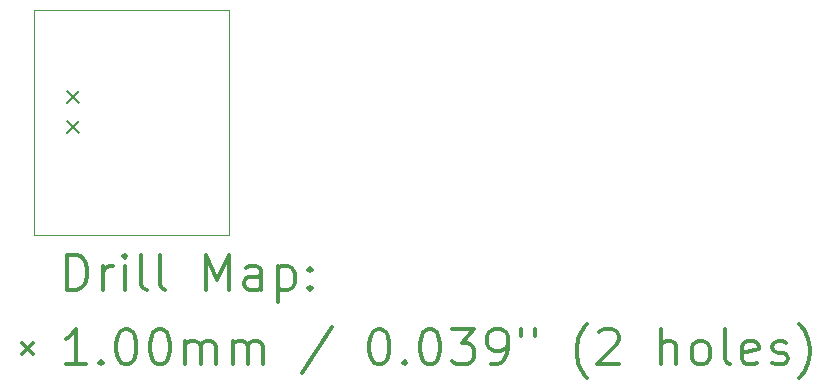
<source format=gbr>
%FSLAX45Y45*%
G04 Gerber Fmt 4.5, Leading zero omitted, Abs format (unit mm)*
G04 Created by KiCad (PCBNEW 5.1.6) date 2020-08-27 23:48:38*
%MOMM*%
%LPD*%
G01*
G04 APERTURE LIST*
%TA.AperFunction,Profile*%
%ADD10C,0.050000*%
%TD*%
%ADD11C,0.200000*%
%ADD12C,0.300000*%
G04 APERTURE END LIST*
D10*
X4953000Y-5080000D02*
X4953000Y-3175000D01*
X6604000Y-5080000D02*
X4953000Y-5080000D01*
X6604000Y-3175000D02*
X6604000Y-5080000D01*
X4953000Y-3175000D02*
X6604000Y-3175000D01*
D11*
X5233200Y-3861600D02*
X5333200Y-3961600D01*
X5333200Y-3861600D02*
X5233200Y-3961600D01*
X5233200Y-4115600D02*
X5333200Y-4215600D01*
X5333200Y-4115600D02*
X5233200Y-4215600D01*
D12*
X5236928Y-5548214D02*
X5236928Y-5248214D01*
X5308357Y-5248214D01*
X5351214Y-5262500D01*
X5379786Y-5291072D01*
X5394071Y-5319643D01*
X5408357Y-5376786D01*
X5408357Y-5419643D01*
X5394071Y-5476786D01*
X5379786Y-5505357D01*
X5351214Y-5533929D01*
X5308357Y-5548214D01*
X5236928Y-5548214D01*
X5536928Y-5548214D02*
X5536928Y-5348214D01*
X5536928Y-5405357D02*
X5551214Y-5376786D01*
X5565500Y-5362500D01*
X5594071Y-5348214D01*
X5622643Y-5348214D01*
X5722643Y-5548214D02*
X5722643Y-5348214D01*
X5722643Y-5248214D02*
X5708357Y-5262500D01*
X5722643Y-5276786D01*
X5736928Y-5262500D01*
X5722643Y-5248214D01*
X5722643Y-5276786D01*
X5908357Y-5548214D02*
X5879786Y-5533929D01*
X5865500Y-5505357D01*
X5865500Y-5248214D01*
X6065500Y-5548214D02*
X6036928Y-5533929D01*
X6022643Y-5505357D01*
X6022643Y-5248214D01*
X6408357Y-5548214D02*
X6408357Y-5248214D01*
X6508357Y-5462500D01*
X6608357Y-5248214D01*
X6608357Y-5548214D01*
X6879786Y-5548214D02*
X6879786Y-5391072D01*
X6865500Y-5362500D01*
X6836928Y-5348214D01*
X6779786Y-5348214D01*
X6751214Y-5362500D01*
X6879786Y-5533929D02*
X6851214Y-5548214D01*
X6779786Y-5548214D01*
X6751214Y-5533929D01*
X6736928Y-5505357D01*
X6736928Y-5476786D01*
X6751214Y-5448214D01*
X6779786Y-5433929D01*
X6851214Y-5433929D01*
X6879786Y-5419643D01*
X7022643Y-5348214D02*
X7022643Y-5648214D01*
X7022643Y-5362500D02*
X7051214Y-5348214D01*
X7108357Y-5348214D01*
X7136928Y-5362500D01*
X7151214Y-5376786D01*
X7165500Y-5405357D01*
X7165500Y-5491072D01*
X7151214Y-5519643D01*
X7136928Y-5533929D01*
X7108357Y-5548214D01*
X7051214Y-5548214D01*
X7022643Y-5533929D01*
X7294071Y-5519643D02*
X7308357Y-5533929D01*
X7294071Y-5548214D01*
X7279786Y-5533929D01*
X7294071Y-5519643D01*
X7294071Y-5548214D01*
X7294071Y-5362500D02*
X7308357Y-5376786D01*
X7294071Y-5391072D01*
X7279786Y-5376786D01*
X7294071Y-5362500D01*
X7294071Y-5391072D01*
X4850500Y-5992500D02*
X4950500Y-6092500D01*
X4950500Y-5992500D02*
X4850500Y-6092500D01*
X5394071Y-6178214D02*
X5222643Y-6178214D01*
X5308357Y-6178214D02*
X5308357Y-5878214D01*
X5279786Y-5921071D01*
X5251214Y-5949643D01*
X5222643Y-5963929D01*
X5522643Y-6149643D02*
X5536928Y-6163929D01*
X5522643Y-6178214D01*
X5508357Y-6163929D01*
X5522643Y-6149643D01*
X5522643Y-6178214D01*
X5722643Y-5878214D02*
X5751214Y-5878214D01*
X5779786Y-5892500D01*
X5794071Y-5906786D01*
X5808357Y-5935357D01*
X5822643Y-5992500D01*
X5822643Y-6063929D01*
X5808357Y-6121071D01*
X5794071Y-6149643D01*
X5779786Y-6163929D01*
X5751214Y-6178214D01*
X5722643Y-6178214D01*
X5694071Y-6163929D01*
X5679786Y-6149643D01*
X5665500Y-6121071D01*
X5651214Y-6063929D01*
X5651214Y-5992500D01*
X5665500Y-5935357D01*
X5679786Y-5906786D01*
X5694071Y-5892500D01*
X5722643Y-5878214D01*
X6008357Y-5878214D02*
X6036928Y-5878214D01*
X6065500Y-5892500D01*
X6079786Y-5906786D01*
X6094071Y-5935357D01*
X6108357Y-5992500D01*
X6108357Y-6063929D01*
X6094071Y-6121071D01*
X6079786Y-6149643D01*
X6065500Y-6163929D01*
X6036928Y-6178214D01*
X6008357Y-6178214D01*
X5979786Y-6163929D01*
X5965500Y-6149643D01*
X5951214Y-6121071D01*
X5936928Y-6063929D01*
X5936928Y-5992500D01*
X5951214Y-5935357D01*
X5965500Y-5906786D01*
X5979786Y-5892500D01*
X6008357Y-5878214D01*
X6236928Y-6178214D02*
X6236928Y-5978214D01*
X6236928Y-6006786D02*
X6251214Y-5992500D01*
X6279786Y-5978214D01*
X6322643Y-5978214D01*
X6351214Y-5992500D01*
X6365500Y-6021071D01*
X6365500Y-6178214D01*
X6365500Y-6021071D02*
X6379786Y-5992500D01*
X6408357Y-5978214D01*
X6451214Y-5978214D01*
X6479786Y-5992500D01*
X6494071Y-6021071D01*
X6494071Y-6178214D01*
X6636928Y-6178214D02*
X6636928Y-5978214D01*
X6636928Y-6006786D02*
X6651214Y-5992500D01*
X6679786Y-5978214D01*
X6722643Y-5978214D01*
X6751214Y-5992500D01*
X6765500Y-6021071D01*
X6765500Y-6178214D01*
X6765500Y-6021071D02*
X6779786Y-5992500D01*
X6808357Y-5978214D01*
X6851214Y-5978214D01*
X6879786Y-5992500D01*
X6894071Y-6021071D01*
X6894071Y-6178214D01*
X7479786Y-5863929D02*
X7222643Y-6249643D01*
X7865500Y-5878214D02*
X7894071Y-5878214D01*
X7922643Y-5892500D01*
X7936928Y-5906786D01*
X7951214Y-5935357D01*
X7965500Y-5992500D01*
X7965500Y-6063929D01*
X7951214Y-6121071D01*
X7936928Y-6149643D01*
X7922643Y-6163929D01*
X7894071Y-6178214D01*
X7865500Y-6178214D01*
X7836928Y-6163929D01*
X7822643Y-6149643D01*
X7808357Y-6121071D01*
X7794071Y-6063929D01*
X7794071Y-5992500D01*
X7808357Y-5935357D01*
X7822643Y-5906786D01*
X7836928Y-5892500D01*
X7865500Y-5878214D01*
X8094071Y-6149643D02*
X8108357Y-6163929D01*
X8094071Y-6178214D01*
X8079786Y-6163929D01*
X8094071Y-6149643D01*
X8094071Y-6178214D01*
X8294071Y-5878214D02*
X8322643Y-5878214D01*
X8351214Y-5892500D01*
X8365500Y-5906786D01*
X8379786Y-5935357D01*
X8394071Y-5992500D01*
X8394071Y-6063929D01*
X8379786Y-6121071D01*
X8365500Y-6149643D01*
X8351214Y-6163929D01*
X8322643Y-6178214D01*
X8294071Y-6178214D01*
X8265500Y-6163929D01*
X8251214Y-6149643D01*
X8236928Y-6121071D01*
X8222643Y-6063929D01*
X8222643Y-5992500D01*
X8236928Y-5935357D01*
X8251214Y-5906786D01*
X8265500Y-5892500D01*
X8294071Y-5878214D01*
X8494071Y-5878214D02*
X8679786Y-5878214D01*
X8579786Y-5992500D01*
X8622643Y-5992500D01*
X8651214Y-6006786D01*
X8665500Y-6021071D01*
X8679786Y-6049643D01*
X8679786Y-6121071D01*
X8665500Y-6149643D01*
X8651214Y-6163929D01*
X8622643Y-6178214D01*
X8536928Y-6178214D01*
X8508357Y-6163929D01*
X8494071Y-6149643D01*
X8822643Y-6178214D02*
X8879786Y-6178214D01*
X8908357Y-6163929D01*
X8922643Y-6149643D01*
X8951214Y-6106786D01*
X8965500Y-6049643D01*
X8965500Y-5935357D01*
X8951214Y-5906786D01*
X8936928Y-5892500D01*
X8908357Y-5878214D01*
X8851214Y-5878214D01*
X8822643Y-5892500D01*
X8808357Y-5906786D01*
X8794071Y-5935357D01*
X8794071Y-6006786D01*
X8808357Y-6035357D01*
X8822643Y-6049643D01*
X8851214Y-6063929D01*
X8908357Y-6063929D01*
X8936928Y-6049643D01*
X8951214Y-6035357D01*
X8965500Y-6006786D01*
X9079786Y-5878214D02*
X9079786Y-5935357D01*
X9194071Y-5878214D02*
X9194071Y-5935357D01*
X9636928Y-6292500D02*
X9622643Y-6278214D01*
X9594071Y-6235357D01*
X9579786Y-6206786D01*
X9565500Y-6163929D01*
X9551214Y-6092500D01*
X9551214Y-6035357D01*
X9565500Y-5963929D01*
X9579786Y-5921071D01*
X9594071Y-5892500D01*
X9622643Y-5849643D01*
X9636928Y-5835357D01*
X9736928Y-5906786D02*
X9751214Y-5892500D01*
X9779786Y-5878214D01*
X9851214Y-5878214D01*
X9879786Y-5892500D01*
X9894071Y-5906786D01*
X9908357Y-5935357D01*
X9908357Y-5963929D01*
X9894071Y-6006786D01*
X9722643Y-6178214D01*
X9908357Y-6178214D01*
X10265500Y-6178214D02*
X10265500Y-5878214D01*
X10394071Y-6178214D02*
X10394071Y-6021071D01*
X10379786Y-5992500D01*
X10351214Y-5978214D01*
X10308357Y-5978214D01*
X10279786Y-5992500D01*
X10265500Y-6006786D01*
X10579786Y-6178214D02*
X10551214Y-6163929D01*
X10536928Y-6149643D01*
X10522643Y-6121071D01*
X10522643Y-6035357D01*
X10536928Y-6006786D01*
X10551214Y-5992500D01*
X10579786Y-5978214D01*
X10622643Y-5978214D01*
X10651214Y-5992500D01*
X10665500Y-6006786D01*
X10679786Y-6035357D01*
X10679786Y-6121071D01*
X10665500Y-6149643D01*
X10651214Y-6163929D01*
X10622643Y-6178214D01*
X10579786Y-6178214D01*
X10851214Y-6178214D02*
X10822643Y-6163929D01*
X10808357Y-6135357D01*
X10808357Y-5878214D01*
X11079786Y-6163929D02*
X11051214Y-6178214D01*
X10994071Y-6178214D01*
X10965500Y-6163929D01*
X10951214Y-6135357D01*
X10951214Y-6021071D01*
X10965500Y-5992500D01*
X10994071Y-5978214D01*
X11051214Y-5978214D01*
X11079786Y-5992500D01*
X11094071Y-6021071D01*
X11094071Y-6049643D01*
X10951214Y-6078214D01*
X11208357Y-6163929D02*
X11236928Y-6178214D01*
X11294071Y-6178214D01*
X11322643Y-6163929D01*
X11336928Y-6135357D01*
X11336928Y-6121071D01*
X11322643Y-6092500D01*
X11294071Y-6078214D01*
X11251214Y-6078214D01*
X11222643Y-6063929D01*
X11208357Y-6035357D01*
X11208357Y-6021071D01*
X11222643Y-5992500D01*
X11251214Y-5978214D01*
X11294071Y-5978214D01*
X11322643Y-5992500D01*
X11436928Y-6292500D02*
X11451214Y-6278214D01*
X11479786Y-6235357D01*
X11494071Y-6206786D01*
X11508357Y-6163929D01*
X11522643Y-6092500D01*
X11522643Y-6035357D01*
X11508357Y-5963929D01*
X11494071Y-5921071D01*
X11479786Y-5892500D01*
X11451214Y-5849643D01*
X11436928Y-5835357D01*
M02*

</source>
